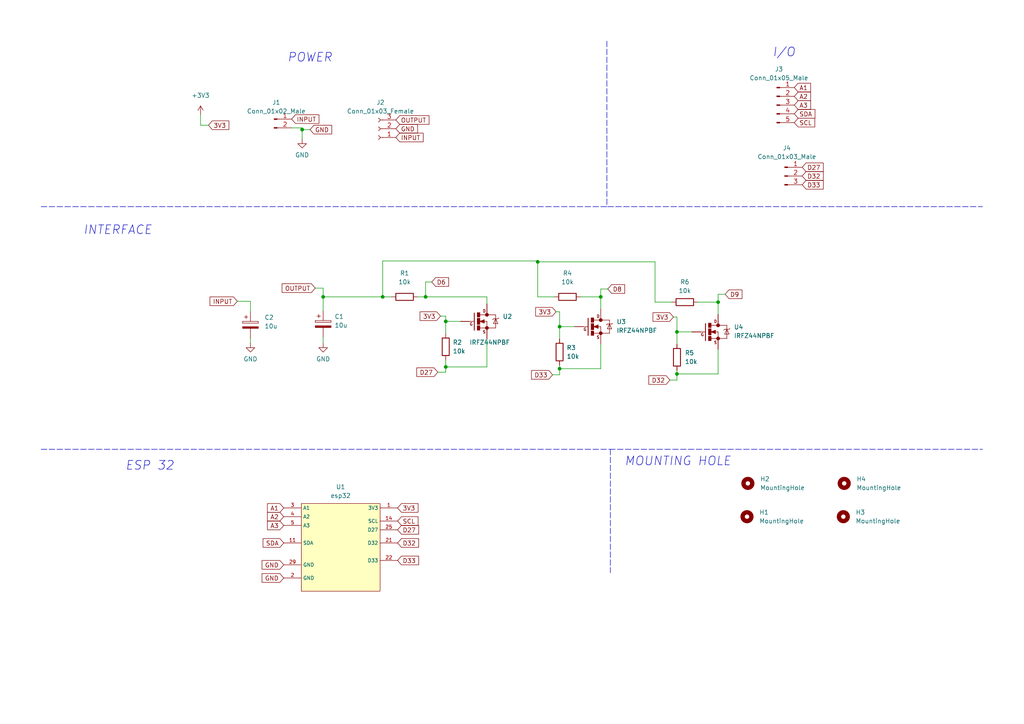
<source format=kicad_sch>
(kicad_sch (version 20211123) (generator eeschema)
  (paper "A4")
  (title_block (title "ESP 32 Breackout Board") (rev "R.1"))
  (lib_symbols
    (symbol "Connector:Conn_01x02_Male" (pin_names (offset 1.016) hide)
      (property "Reference" "J" (at 0 2.54 0))
      (property "Value" "Conn_01x02_Male" (at 0 -5.08 0))
      (symbol "Conn_01x02_Male_1_1"
        (polyline (pts (xy 1.27 -2.54) (xy 0.8636 -2.54)) (stroke (width 0.1524)))
        (polyline (pts (xy 1.27 0) (xy 0.8636 0)) (stroke (width 0.1524)))
        (rectangle (start 0.8636 -2.413) (end 0 -2.667) (stroke (width 0.1524)) (fill (type outline)))
        (rectangle (start 0.8636 0.127) (end 0 -0.127) (stroke (width 0.1524)) (fill (type outline)))
        (pin passive line (at 5.08 0 180) (length 3.81) (name "Pin_1") (number "1"))
        (pin passive line (at 5.08 -2.54 180) (length 3.81) (name "Pin_2") (number "2"))
      )
    )
    (symbol "Connector:Conn_01x03_Female" (pin_names (offset 1.016) hide)
      (property "Reference" "J" (at 0 5.08 0))
      (property "Value" "Conn_01x03_Female" (at 0 -5.08 0))
      (symbol "Conn_01x03_Female_1_1"
        (arc (start 0 -2.032) (mid -0.508 -2.54) (end 0 -3.048) (stroke (width 0.1524)))
        (polyline (pts (xy -1.27 -2.54) (xy -0.508 -2.54)) (stroke (width 0.1524)))
        (polyline (pts (xy -1.27 0) (xy -0.508 0)) (stroke (width 0.1524)))
        (polyline (pts (xy -1.27 2.54) (xy -0.508 2.54)) (stroke (width 0.1524)))
        (arc (start 0 0.508) (mid -0.508 0) (end 0 -0.508) (stroke (width 0.1524)))
        (arc (start 0 3.048) (mid -0.508 2.54) (end 0 2.032) (stroke (width 0.1524)))
        (pin passive line (at -5.08 2.54 0) (length 3.81) (name "Pin_1") (number "1"))
        (pin passive line (at -5.08 0 0) (length 3.81) (name "Pin_2") (number "2"))
        (pin passive line (at -5.08 -2.54 0) (length 3.81) (name "Pin_3") (number "3"))
      )
    )
    (symbol "Connector:Conn_01x03_Male" (pin_names (offset 1.016) hide)
      (property "Reference" "J" (at 0 5.08 0))
      (property "Value" "Conn_01x03_Male" (at 0 -5.08 0))
      (symbol "Conn_01x03_Male_1_1"
        (polyline (pts (xy 1.27 -2.54) (xy 0.8636 -2.54)) (stroke (width 0.1524)))
        (polyline (pts (xy 1.27 0) (xy 0.8636 0)) (stroke (width 0.1524)))
        (polyline (pts (xy 1.27 2.54) (xy 0.8636 2.54)) (stroke (width 0.1524)))
        (rectangle (start 0.8636 -2.413) (end 0 -2.667) (stroke (width 0.1524)) (fill (type outline)))
        (rectangle (start 0.8636 0.127) (end 0 -0.127) (stroke (width 0.1524)) (fill (type outline)))
        (rectangle (start 0.8636 2.667) (end 0 2.413) (stroke (width 0.1524)) (fill (type outline)))
        (pin passive line (at 5.08 2.54 180) (length 3.81) (name "Pin_1") (number "1"))
        (pin passive line (at 5.08 0 180) (length 3.81) (name "Pin_2") (number "2"))
        (pin passive line (at 5.08 -2.54 180) (length 3.81) (name "Pin_3") (number "3"))
      )
    )
    (symbol "Connector:Conn_01x05_Male" (pin_names (offset 1.016) hide)
      (property "Reference" "J" (at 0 7.62 0))
      (property "Value" "Conn_01x05_Male" (at 0 -7.62 0))
      (symbol "Conn_01x05_Male_1_1"
        (polyline (pts (xy 1.27 -5.08) (xy 0.8636 -5.08)) (stroke (width 0.1524)))
        (polyline (pts (xy 1.27 -2.54) (xy 0.8636 -2.54)) (stroke (width 0.1524)))
        (polyline (pts (xy 1.27 0) (xy 0.8636 0)) (stroke (width 0.1524)))
        (polyline (pts (xy 1.27 2.54) (xy 0.8636 2.54)) (stroke (width 0.1524)))
        (polyline (pts (xy 1.27 5.08) (xy 0.8636 5.08)) (stroke (width 0.1524)))
        (rectangle (start 0.8636 -4.953) (end 0 -5.207) (stroke (width 0.1524)) (fill (type outline)))
        (rectangle (start 0.8636 -2.413) (end 0 -2.667) (stroke (width 0.1524)) (fill (type outline)))
        (rectangle (start 0.8636 0.127) (end 0 -0.127) (stroke (width 0.1524)) (fill (type outline)))
        (rectangle (start 0.8636 2.667) (end 0 2.413) (stroke (width 0.1524)) (fill (type outline)))
        (rectangle (start 0.8636 5.207) (end 0 4.953) (stroke (width 0.1524)) (fill (type outline)))
        (pin passive line (at 5.08 5.08 180) (length 3.81) (name "Pin_1") (number "1"))
        (pin passive line (at 5.08 2.54 180) (length 3.81) (name "Pin_2") (number "2"))
        (pin passive line (at 5.08 0 180) (length 3.81) (name "Pin_3") (number "3"))
        (pin passive line (at 5.08 -2.54 180) (length 3.81) (name "Pin_4") (number "4"))
        (pin passive line (at 5.08 -5.08 180) (length 3.81) (name "Pin_5") (number "5"))
      )
    )
    (symbol "Device:C_Polarized" (pin_numbers hide) (pin_names (offset 0.254))
      (property "Reference" "C" (at 0.635 2.54 0))
      (property "Value" "C_Polarized" (at 0.635 -2.54 0))
      (symbol "C_Polarized_0_1"
        (rectangle (start -2.286 0.508) (end 2.286 1.016))
        (polyline (pts (xy -1.778 2.286) (xy -0.762 2.286)))
        (polyline (pts (xy -1.27 2.794) (xy -1.27 1.778)))
        (rectangle (start 2.286 -0.508) (end -2.286 -1.016) (fill (type outline)))
      )
      (symbol "C_Polarized_1_1"
        (pin passive line (at 0 3.81 270) (length 2.794) (name "~") (number "1"))
        (pin passive line (at 0 -3.81 90) (length 2.794) (name "~") (number "2"))
      )
    )
    (symbol "Device:R" (pin_numbers hide) (pin_names (offset 0))
      (property "Reference" "R" (at 2.032 0 90))
      (property "Value" "R" (at 0 0 90))
      (symbol "R_0_1"
        (rectangle (start -1.016 -2.54) (end 1.016 2.54) (stroke (width 0.254)))
      )
      (symbol "R_1_1"
        (pin passive line (at 0 3.81 270) (length 1.27) (name "~") (number "1"))
        (pin passive line (at 0 -3.81 90) (length 1.27) (name "~") (number "2"))
      )
    )
    (symbol "ESP32-DEVKIT-V1_2:esp32"
      (property "Reference" "U?" (at 0 5.08 0))
      (property "Value" "esp32" (at 0 3.81 0))
      (symbol "esp32_0_0"
        (pin power_out line (at 16.51 0 180) (length 5.08) (name "3V3") (number "1"))
        (pin bidirectional line (at -16.51 -10.16 0) (length 5.08) (name "SDA") (number "11"))
        (pin bidirectional line (at 16.51 -3.81 180) (length 5.08) (name "SCL") (number "14"))
        (pin power_in line (at -16.51 -20.32 0) (length 5.08) (name "GND") (number "2"))
        (pin bidirectional line (at 16.51 -10.16 180) (length 5.08) (name "D32") (number "21"))
        (pin bidirectional line (at 16.51 -15.24 180) (length 5.08) (name "D33") (number "22"))
        (pin bidirectional line (at 16.51 -6.35 180) (length 5.08) (name "D27") (number "25"))
        (pin power_in line (at -16.51 -16.51 0) (length 5.08) (name "GND") (number "29"))
        (pin bidirectional line (at -16.51 0 0) (length 5.08) (name "A1") (number "3"))
        (pin bidirectional line (at -16.51 -2.54 0) (length 5.08) (name "A2") (number "4"))
        (pin bidirectional line (at -16.51 -5.08 0) (length 5.08) (name "A3") (number "5"))
      )
      (symbol "esp32_0_1"
        (rectangle (start -11.43 1.27) (end 11.43 -24.13) (fill (type background)))
      )
    )
    (symbol "IRFZ44NPBF:IRFZ44NPBF" (pin_numbers hide) (pin_names (offset 1.016) hide)
      (property "Reference" "U" (at 5.08 2.54 0))
      (property "Value" "IRFZ44NPBF" (at 5.08 0 0))
      (symbol "IRFZ44NPBF_0_0"
        (rectangle (start -2.794 -2.54) (end -2.032 -1.27) (fill (type outline)))
        (rectangle (start -2.794 -0.889) (end -2.032 0.889) (fill (type outline)))
        (rectangle (start -2.794 1.27) (end -2.032 2.54) (fill (type outline)))
        (circle (center 0 -1.905) (radius 0.127) (stroke (width 0.4064)))
        (polyline (pts (xy -3.81 0) (xy -5.08 0)) (stroke (width 0.1524)))
        (polyline (pts (xy -3.6576 2.413) (xy -3.6576 -2.54)) (stroke (width 0.254)))
        (polyline (pts (xy -2.032 -1.905) (xy 0 -1.905)) (stroke (width 0.1524)))
        (polyline (pts (xy -2.032 0) (xy -0.762 -0.508)) (stroke (width 0.1524)))
        (polyline (pts (xy -1.778 0) (xy -0.889 -0.254)) (stroke (width 0.3048)))
        (polyline (pts (xy -0.889 -0.254) (xy -0.889 0)) (stroke (width 0.3048)))
        (polyline (pts (xy -0.889 0) (xy -1.143 0)) (stroke (width 0.3048)))
        (polyline (pts (xy -0.889 0) (xy 0 0)) (stroke (width 0.1524)))
        (polyline (pts (xy -0.889 0.254) (xy -1.778 0)) (stroke (width 0.3048)))
        (polyline (pts (xy -0.762 -0.508) (xy -0.762 0.508)) (stroke (width 0.1524)))
        (polyline (pts (xy -0.762 0.508) (xy -2.032 0)) (stroke (width 0.1524)))
        (polyline (pts (xy 0 -1.905) (xy 0 -2.54)) (stroke (width 0.1524)))
        (polyline (pts (xy 0 0) (xy 0 -1.905)) (stroke (width 0.1524)))
        (polyline (pts (xy 0 1.905) (xy -2.0066 1.905)) (stroke (width 0.1524)))
        (polyline (pts (xy 0 1.905) (xy 2.54 1.905)) (stroke (width 0.1524)))
        (polyline (pts (xy 0 2.54) (xy 0 1.905)) (stroke (width 0.1524)))
        (polyline (pts (xy 1.905 -0.635) (xy 3.175 -0.635)) (stroke (width 0.1524)))
        (polyline (pts (xy 1.905 0.762) (xy 1.651 0.508)) (stroke (width 0.1524)))
        (polyline (pts (xy 1.905 0.762) (xy 2.54 0.762)) (stroke (width 0.1524)))
        (polyline (pts (xy 2.54 -1.905) (xy 0 -1.905)) (stroke (width 0.1524)))
        (polyline (pts (xy 2.54 0.762) (xy 1.905 -0.635)) (stroke (width 0.1524)))
        (polyline (pts (xy 2.54 0.762) (xy 2.54 -1.905)) (stroke (width 0.1524)))
        (polyline (pts (xy 2.54 0.762) (xy 3.175 0.762)) (stroke (width 0.1524)))
        (polyline (pts (xy 2.54 1.905) (xy 2.54 0.762)) (stroke (width 0.1524)))
        (polyline (pts (xy 3.175 -0.635) (xy 2.54 0.762)) (stroke (width 0.1524)))
        (polyline (pts (xy 3.175 0.762) (xy 3.429 1.016)) (stroke (width 0.1524)))
        (circle (center 0 1.905) (radius 0.127) (stroke (width 0.4064)))
        (text "D" (at -1.27 2.54 0) (effects (font (size 0.8128 0.8128)) (justify left bottom)))
        (text "G" (at -5.08 -1.27 0) (effects (font (size 0.8128 0.8128)) (justify left bottom)))
        (text "S" (at -1.27 -3.556 0) (effects (font (size 0.8128 0.8128)) (justify left bottom)))
        (pin passive line (at -7.62 0 0) (length 2.54) (name "~") (number "1"))
        (pin passive line (at 0 5.08 270) (length 2.54) (name "~") (number "2"))
        (pin passive line (at 0 -5.08 90) (length 2.54) (name "~") (number "3"))
      )
    )
    (symbol "Mechanical:MountingHole" (pin_names (offset 1.016))
      (property "Reference" "H" (at 0 5.08 0))
      (property "Value" "MountingHole" (at 0 3.175 0))
      (symbol "MountingHole_0_1"
        (circle (center 0 0) (radius 1.27) (stroke (width 1.27)))
      )
    )
    (symbol "power:+3V3" (power) (pin_names (offset 0))
      (property "Value" "+3V3" (at 0 3.556 0))
      (symbol "+3V3_0_1"
        (polyline (pts (xy -0.762 1.27) (xy 0 2.54)))
        (polyline (pts (xy 0 0) (xy 0 2.54)))
        (polyline (pts (xy 0 2.54) (xy 0.762 1.27)))
      )
      (symbol "+3V3_1_1"
        (pin power_in line (at 0 0 90) (length 0) hide (name "+3V3") (number "1"))
      )
    )
    (symbol "power:GND" (power) (pin_names (offset 0))
      (property "Value" "GND" (at 0 -3.81 0))
      (symbol "GND_0_1"
        (polyline (pts (xy 0 0) (xy 0 -1.27) (xy 1.27 -1.27) (xy 0 -2.54) (xy -1.27 -1.27) (xy 0 -1.27)))
      )
      (symbol "GND_1_1"
        (pin power_in line (at 0 0 270) (length 0) hide (name "GND") (number "1"))
      )
    )
  )
  (junction (at 162.306 106.934))
  (junction (at 174.244 86.106))
  (junction (at 123.444 86.106))
  (junction (at 208.28 87.63))
  (junction (at 110.998 86.106))
  (junction (at 162.306 94.742))
  (junction (at 129.286 93.218))
  (junction (at 196.342 108.458))
  (junction (at 129.286 106.426))
  (junction (at 93.726 86.106))
  (junction (at 196.342 96.266))
  (junction (at 87.63 37.592))
  (junction (at 155.956 75.946))
  (wire (pts (xy 162.306 105.918) (xy 162.306 106.934)))
  (wire (pts (xy 72.644 98.044) (xy 72.644 99.568)))
  (wire (pts (xy 93.726 90.17) (xy 93.726 86.106)))
  (wire (pts (xy 141.224 86.106) (xy 123.444 86.106)))
  (wire (pts (xy 200.66 96.266) (xy 196.342 96.266)))
  (wire (pts (xy 141.224 98.298) (xy 141.224 106.426)))
  (wire (pts (xy 87.63 37.084) (xy 87.63 37.592)))
  (wire (pts (xy 189.992 75.946) (xy 155.956 75.946)))
  (wire (pts (xy 129.286 107.95) (xy 129.286 106.426)))
  (wire (pts (xy 202.438 87.63) (xy 208.28 87.63)))
  (wire (pts (xy 127 107.95) (xy 129.286 107.95)))
  (wire (pts (xy 208.28 101.346) (xy 208.28 108.458)))
  (wire (pts (xy 91.44 83.566) (xy 93.726 83.566)))
  (wire (pts (xy 196.342 108.458) (xy 196.342 110.236)))
  (wire (pts (xy 125.222 81.788) (xy 123.444 81.788)))
  (wire (pts (xy 162.306 90.424) (xy 162.306 94.742)))
  (wire (pts (xy 123.444 86.106) (xy 121.158 86.106)))
  (wire (pts (xy 196.342 96.266) (xy 196.342 99.822)))
  (polyline (pts (xy 176.784 130.302) (xy 284.988 130.302)))
  (wire (pts (xy 194.818 87.63) (xy 189.992 87.63)))
  (polyline (pts (xy 176.276 59.944) (xy 284.988 59.944)))
  (wire (pts (xy 127.762 91.694) (xy 129.286 91.694)))
  (wire (pts (xy 160.782 86.106) (xy 155.956 86.106)))
  (wire (pts (xy 110.998 75.692) (xy 110.998 86.106)))
  (wire (pts (xy 174.244 89.662) (xy 174.244 86.106)))
  (wire (pts (xy 58.166 36.322) (xy 60.452 36.322)))
  (wire (pts (xy 174.244 99.822) (xy 174.244 106.934)))
  (wire (pts (xy 58.166 33.274) (xy 58.166 36.322)))
  (wire (pts (xy 110.998 86.106) (xy 113.538 86.106)))
  (wire (pts (xy 162.306 106.934) (xy 162.306 108.712)))
  (polyline (pts (xy 176.022 11.938) (xy 176.022 59.944)))
  (wire (pts (xy 210.312 85.344) (xy 208.28 85.344)))
  (wire (pts (xy 93.726 97.79) (xy 93.726 99.568)))
  (wire (pts (xy 194.31 110.236) (xy 196.342 110.236)))
  (wire (pts (xy 196.342 91.948) (xy 196.342 96.266)))
  (wire (pts (xy 129.286 106.426) (xy 129.286 104.394)))
  (wire (pts (xy 195.326 91.948) (xy 196.342 91.948)))
  (wire (pts (xy 129.286 91.694) (xy 129.286 93.218)))
  (wire (pts (xy 84.582 37.084) (xy 87.63 37.084)))
  (wire (pts (xy 141.224 106.426) (xy 129.286 106.426)))
  (polyline (pts (xy 11.938 59.944) (xy 176.022 59.944)))
  (wire (pts (xy 133.604 93.218) (xy 129.286 93.218)))
  (wire (pts (xy 123.444 81.788) (xy 123.444 86.106)))
  (wire (pts (xy 155.956 86.106) (xy 155.956 75.946)))
  (wire (pts (xy 189.992 87.63) (xy 189.992 75.946)))
  (wire (pts (xy 208.28 108.458) (xy 196.342 108.458)))
  (wire (pts (xy 166.624 94.742) (xy 162.306 94.742)))
  (wire (pts (xy 160.274 108.712) (xy 162.306 108.712)))
  (wire (pts (xy 93.726 83.566) (xy 93.726 86.106)))
  (polyline (pts (xy 11.938 130.302) (xy 177.038 130.302)))
  (wire (pts (xy 174.244 83.82) (xy 174.244 86.106)))
  (wire (pts (xy 87.63 37.592) (xy 87.63 40.386)))
  (wire (pts (xy 208.28 85.344) (xy 208.28 87.63)))
  (wire (pts (xy 155.956 75.946) (xy 155.956 75.692)))
  (wire (pts (xy 68.834 87.376) (xy 72.644 87.376)))
  (wire (pts (xy 168.402 86.106) (xy 174.244 86.106)))
  (wire (pts (xy 161.29 90.424) (xy 162.306 90.424)))
  (wire (pts (xy 141.224 88.138) (xy 141.224 86.106)))
  (polyline (pts (xy 177.038 130.302) (xy 177.038 166.116)))
  (wire (pts (xy 162.306 94.742) (xy 162.306 98.298)))
  (wire (pts (xy 72.644 87.376) (xy 72.644 90.424)))
  (wire (pts (xy 174.244 106.934) (xy 162.306 106.934)))
  (wire (pts (xy 196.342 107.442) (xy 196.342 108.458)))
  (wire (pts (xy 176.276 83.82) (xy 174.244 83.82)))
  (wire (pts (xy 87.63 37.592) (xy 89.916 37.592)))
  (wire (pts (xy 155.956 75.692) (xy 110.998 75.692)))
  (wire (pts (xy 208.28 91.186) (xy 208.28 87.63)))
  (wire (pts (xy 129.286 93.218) (xy 129.286 96.774)))
  (wire (pts (xy 93.726 86.106) (xy 110.998 86.106)))
  (text "ESP 32 " (at 36.322 136.652 0) (effects (font (size 2.54 2.54) italic) (justify left bottom)))
  (text "I/O" (at 224.028 16.764 0) (effects (font (size 2.54 2.54) italic) (justify left bottom)))
  (text "POWER" (at 83.312 18.288 0) (effects (font (size 2.54 2.54) italic) (justify left bottom)))
  (text "INTERFACE" (at 24.13 68.326 0) (effects (font (size 2.54 2.54) italic) (justify left bottom)))
  (text "MOUNTING HOLE" (at 181.102 135.382 0) (effects (font (size 2.54 2.54) italic) (justify left bottom)))
  (global_label "GND" (shape input) (at 82.296 167.64 180) (property "Intersheet References" "${INTERSHEET_REFS}" (effects hide)))
  (global_label "INPUT" (shape input) (at 68.834 87.376 180) (property "Intersheet References" "${INTERSHEET_REFS}" (effects hide)))
  (global_label "GND" (shape input) (at 114.808 37.338 0) (property "Intersheet References" "${INTERSHEET_REFS}" (effects hide)))
  (global_label "D27" (shape input) (at 232.664 48.514 0) (property "Intersheet References" "${INTERSHEET_REFS}" (effects hide)))
  (global_label "GND" (shape input) (at 89.916 37.592 0) (property "Intersheet References" "${INTERSHEET_REFS}" (effects hide)))
  (global_label "D6" (shape input) (at 125.222 81.788 0) (property "Intersheet References" "${INTERSHEET_REFS}" (effects hide)))
  (global_label "D32" (shape input) (at 115.316 157.48 0) (property "Intersheet References" "${INTERSHEET_REFS}" (effects hide)))
  (global_label "A3" (shape input) (at 230.378 30.48 0) (property "Intersheet References" "${INTERSHEET_REFS}" (effects hide)))
  (global_label "D32" (shape input) (at 194.31 110.236 180) (property "Intersheet References" "${INTERSHEET_REFS}" (effects hide)))
  (global_label "D33" (shape input) (at 232.664 53.594 0) (property "Intersheet References" "${INTERSHEET_REFS}" (effects hide)))
  (global_label "D27" (shape input) (at 127 107.95 180) (property "Intersheet References" "${INTERSHEET_REFS}" (effects hide)))
  (global_label "A1" (shape input) (at 230.378 25.4 0) (property "Intersheet References" "${INTERSHEET_REFS}" (effects hide)))
  (global_label "3V3" (shape input) (at 115.316 147.32 0) (property "Intersheet References" "${INTERSHEET_REFS}" (effects hide)))
  (global_label "OUTPUT" (shape input) (at 91.44 83.566 180) (property "Intersheet References" "${INTERSHEET_REFS}" (effects hide)))
  (global_label "A3" (shape input) (at 82.296 152.4 180) (property "Intersheet References" "${INTERSHEET_REFS}" (effects hide)))
  (global_label "D33" (shape input) (at 115.316 162.56 0) (property "Intersheet References" "${INTERSHEET_REFS}" (effects hide)))
  (global_label "A2" (shape input) (at 230.378 27.94 0) (property "Intersheet References" "${INTERSHEET_REFS}" (effects hide)))
  (global_label "A1" (shape input) (at 82.296 147.32 180) (property "Intersheet References" "${INTERSHEET_REFS}" (effects hide)))
  (global_label "INPUT" (shape input) (at 84.582 34.544 0) (property "Intersheet References" "${INTERSHEET_REFS}" (effects hide)))
  (global_label "INPUT" (shape input) (at 114.808 39.878 0) (property "Intersheet References" "${INTERSHEET_REFS}" (effects hide)))
  (global_label "3V3" (shape input) (at 195.326 91.948 180) (property "Intersheet References" "${INTERSHEET_REFS}" (effects hide)))
  (global_label "D33" (shape input) (at 160.274 108.712 180) (property "Intersheet References" "${INTERSHEET_REFS}" (effects hide)))
  (global_label "SDA" (shape input) (at 230.378 33.02 0) (property "Intersheet References" "${INTERSHEET_REFS}" (effects hide)))
  (global_label "OUTPUT" (shape input) (at 114.808 34.798 0) (property "Intersheet References" "${INTERSHEET_REFS}" (effects hide)))
  (global_label "A2" (shape input) (at 82.296 149.86 180) (property "Intersheet References" "${INTERSHEET_REFS}" (effects hide)))
  (global_label "3V3" (shape input) (at 161.29 90.424 180) (property "Intersheet References" "${INTERSHEET_REFS}" (effects hide)))
  (global_label "D32" (shape input) (at 232.664 51.054 0) (property "Intersheet References" "${INTERSHEET_REFS}" (effects hide)))
  (global_label "D8" (shape input) (at 176.276 83.82 0) (property "Intersheet References" "${INTERSHEET_REFS}" (effects hide)))
  (global_label "3V3" (shape input) (at 60.452 36.322 0) (property "Intersheet References" "${INTERSHEET_REFS}" (effects hide)))
  (global_label "3V3" (shape input) (at 127.762 91.694 180) (property "Intersheet References" "${INTERSHEET_REFS}" (effects hide)))
  (global_label "D9" (shape input) (at 210.312 85.344 0) (property "Intersheet References" "${INTERSHEET_REFS}" (effects hide)))
  (global_label "GND" (shape input) (at 82.296 163.83 180) (property "Intersheet References" "${INTERSHEET_REFS}" (effects hide)))
  (global_label "SCL" (shape input) (at 230.378 35.56 0) (property "Intersheet References" "${INTERSHEET_REFS}" (effects hide)))
  (global_label "D27" (shape input) (at 115.316 153.67 0) (property "Intersheet References" "${INTERSHEET_REFS}" (effects hide)))
  (global_label "SDA" (shape input) (at 82.296 157.48 180) (property "Intersheet References" "${INTERSHEET_REFS}" (effects hide)))
  (global_label "SCL" (shape input) (at 115.316 151.13 0) (property "Intersheet References" "${INTERSHEET_REFS}" (effects hide)))
  (symbol (lib_id "Device:C_Polarized") (at 93.726 93.98 0) (unit 1)
    (property "Reference" "C1" (at 97.028 91.8209 0) (effects (justify left)))
    (property "Value" "10u" (at 97.028 94.3609 0) (effects (justify left)))
    (property "Footprint" "Capacitor_THT:CP_Radial_D5.0mm_P2.00mm" (effects hide))
  )
  (symbol (lib_id "Mechanical:MountingHole") (at 244.602 149.86 0) (unit 1)
    (property "Reference" "H3" (at 248.158 148.5899 0) (effects (justify left)))
    (property "Value" "MountingHole" (at 248.158 151.1299 0) (effects (justify left)))
    (property "Footprint" "MountingHole:MountingHole_3.2mm_M3" (effects hide))
  )
  (symbol (lib_id "Device:R") (at 164.592 86.106 270) (unit 1)
    (property "Reference" "R4" (at 164.592 79.248 90))
    (property "Value" "10k" (at 164.592 81.788 90))
    (property "Footprint" "Resistor_THT:R_Axial_DIN0204_L3.6mm_D1.6mm_P7.62mm_Horizontal" (effects hide))
  )
  (symbol (lib_id "Mechanical:MountingHole") (at 216.916 140.208 0) (unit 1)
    (property "Reference" "H2" (at 220.472 138.9379 0) (effects (justify left)))
    (property "Value" "MountingHole" (at 220.472 141.4779 0) (effects (justify left)))
    (property "Footprint" "MountingHole:MountingHole_3.2mm_M3" (effects hide))
  )
  (symbol (lib_id "Device:R") (at 129.286 100.584 0) (unit 1)
    (property "Reference" "R2" (at 131.318 99.3139 0) (effects (justify left)))
    (property "Value" "10k" (at 131.318 101.8539 0) (effects (justify left)))
    (property "Footprint" "Resistor_THT:R_Axial_DIN0204_L3.6mm_D1.6mm_P7.62mm_Horizontal" (effects hide))
  )
  (symbol (lib_id "IRFZ44NPBF:IRFZ44NPBF") (at 174.244 94.742 0) (unit 1)
    (property "Reference" "U3" (at 178.816 93.3256 0) (effects (justify left)))
    (property "Value" "IRFZ44NPBF" (at 178.816 95.8656 0) (effects (justify left)))
    (property "Footprint" "IRFZ44NPBF_footprint:TO-220" (effects hide))
  )
  (symbol (lib_id "power:GND") (at 93.726 99.568 0) (unit 1)
    (property "Reference" "#PWR05" (effects hide))
    (property "Value" "GND" (at 93.726 104.14 0))
  )
  (symbol (lib_id "Mechanical:MountingHole") (at 216.662 149.86 0) (unit 1)
    (property "Reference" "H1" (at 220.218 148.5899 0) (effects (justify left)))
    (property "Value" "MountingHole" (at 220.218 151.1299 0) (effects (justify left)))
    (property "Footprint" "MountingHole:MountingHole_3.2mm_M3" (effects hide))
  )
  (symbol (lib_id "IRFZ44NPBF:IRFZ44NPBF") (at 141.224 93.218 0) (unit 1)
    (property "Reference" "U2" (at 145.796 91.8016 0) (effects (justify left)))
    (property "Value" "IRFZ44NPBF" (at 136.144 99.314 0) (effects (justify left)))
    (property "Footprint" "IRFZ44NPBF_footprint:TO-220" (effects hide))
  )
  (symbol (lib_id "Device:C_Polarized") (at 72.644 94.234 0) (unit 1)
    (property "Reference" "C2" (at 76.708 92.0749 0) (effects (justify left)))
    (property "Value" "10u" (at 76.708 94.6149 0) (effects (justify left)))
    (property "Footprint" "Capacitor_THT:CP_Radial_D5.0mm_P2.00mm" (effects hide))
  )
  (symbol (lib_id "Device:R") (at 196.342 103.632 0) (unit 1)
    (property "Reference" "R5" (at 198.628 102.3619 0) (effects (justify left)))
    (property "Value" "10k" (at 198.628 104.9019 0) (effects (justify left)))
    (property "Footprint" "Resistor_THT:R_Axial_DIN0204_L3.6mm_D1.6mm_P7.62mm_Horizontal" (effects hide))
  )
  (symbol (lib_id "Mechanical:MountingHole") (at 244.856 140.208 0) (unit 1)
    (property "Reference" "H4" (at 248.412 138.9379 0) (effects (justify left)))
    (property "Value" "MountingHole" (at 248.412 141.4779 0) (effects (justify left)))
    (property "Footprint" "MountingHole:MountingHole_3.2mm_M3" (effects hide))
  )
  (symbol (lib_id "power:GND") (at 72.644 99.568 0) (unit 1)
    (property "Reference" "#PWR04" (effects hide))
    (property "Value" "GND" (at 72.644 104.14 0))
  )
  (symbol (lib_id "Connector:Conn_01x03_Female") (at 109.728 37.338 180) (unit 1)
    (property "Reference" "J2" (at 110.363 29.718 0))
    (property "Value" "Conn_01x03_Female" (at 110.363 32.258 0))
    (property "Footprint" "Connector_PinSocket_2.54mm:PinSocket_1x03_P2.54mm_Vertical" (effects hide))
  )
  (symbol (lib_id "Device:R") (at 162.306 102.108 0) (unit 1)
    (property "Reference" "R3" (at 164.338 100.8379 0) (effects (justify left)))
    (property "Value" "10k" (at 164.338 103.3779 0) (effects (justify left)))
    (property "Footprint" "Resistor_THT:R_Axial_DIN0204_L3.6mm_D1.6mm_P7.62mm_Horizontal" (effects hide))
  )
  (symbol (lib_id "IRFZ44NPBF:IRFZ44NPBF") (at 208.28 96.266 0) (unit 1)
    (property "Reference" "U4" (at 212.852 94.8496 0) (effects (justify left)))
    (property "Value" "IRFZ44NPBF" (at 212.852 97.3896 0) (effects (justify left)))
    (property "Footprint" "IRFZ44NPBF_footprint:TO-220" (effects hide))
  )
  (symbol (lib_id "Connector:Conn_01x02_Male") (at 79.502 34.544 0) (unit 1)
    (property "Reference" "J1" (at 80.137 29.718 0))
    (property "Value" "Conn_01x02_Male" (at 80.137 32.258 0))
    (property "Footprint" "Connector_PinHeader_2.54mm:PinHeader_1x02_P2.54mm_Vertical" (effects hide))
  )
  (symbol (lib_id "ESP32-DEVKIT-V1_2:esp32") (at 98.806 147.32 0) (unit 1)
    (property "Reference" "U1" (at 98.806 141.224 0))
    (property "Value" "esp32" (at 98.806 143.764 0))
    (property "Footprint" "ESP32-DEVKIT-V1_footprint:MODULE_ESP32_DEVKIT_V1" (effects hide))
  )
  (symbol (lib_id "power:+3V3") (at 58.166 33.274 0) (unit 1)
    (property "Reference" "#PWR02" (effects hide))
    (property "Value" "+3V3" (at 58.166 27.686 0))
  )
  (symbol (lib_id "Device:R") (at 198.628 87.63 270) (unit 1)
    (property "Reference" "R6" (at 198.628 81.788 90))
    (property "Value" "10k" (at 198.628 84.328 90))
    (property "Footprint" "Resistor_THT:R_Axial_DIN0204_L3.6mm_D1.6mm_P7.62mm_Horizontal" (effects hide))
  )
  (symbol (lib_id "Connector:Conn_01x05_Male") (at 225.298 30.48 0) (unit 1)
    (property "Reference" "J3" (at 225.933 20.066 0))
    (property "Value" "Conn_01x05_Male" (at 225.933 22.606 0))
    (property "Footprint" "Connector_PinHeader_2.54mm:PinHeader_1x05_P2.54mm_Vertical" (effects hide))
  )
  (symbol (lib_id "Device:R") (at 117.348 86.106 270) (unit 1)
    (property "Reference" "R1" (at 117.348 79.248 90))
    (property "Value" "10k" (at 117.348 81.788 90))
    (property "Footprint" "Resistor_THT:R_Axial_DIN0204_L3.6mm_D1.6mm_P7.62mm_Horizontal" (effects hide))
  )
  (symbol (lib_id "power:GND") (at 87.63 40.386 0) (unit 1)
    (property "Reference" "#PWR01" (effects hide))
    (property "Value" "GND" (at 87.63 44.958 0))
  )
  (symbol (lib_id "Connector:Conn_01x03_Male") (at 227.584 51.054 0) (unit 1)
    (property "Reference" "J4" (at 228.219 42.926 0))
    (property "Value" "Conn_01x03_Male" (at 228.219 45.466 0))
    (property "Footprint" "Connector_PinHeader_2.54mm:PinHeader_1x03_P2.54mm_Vertical" (effects hide))
  )
)
</source>
